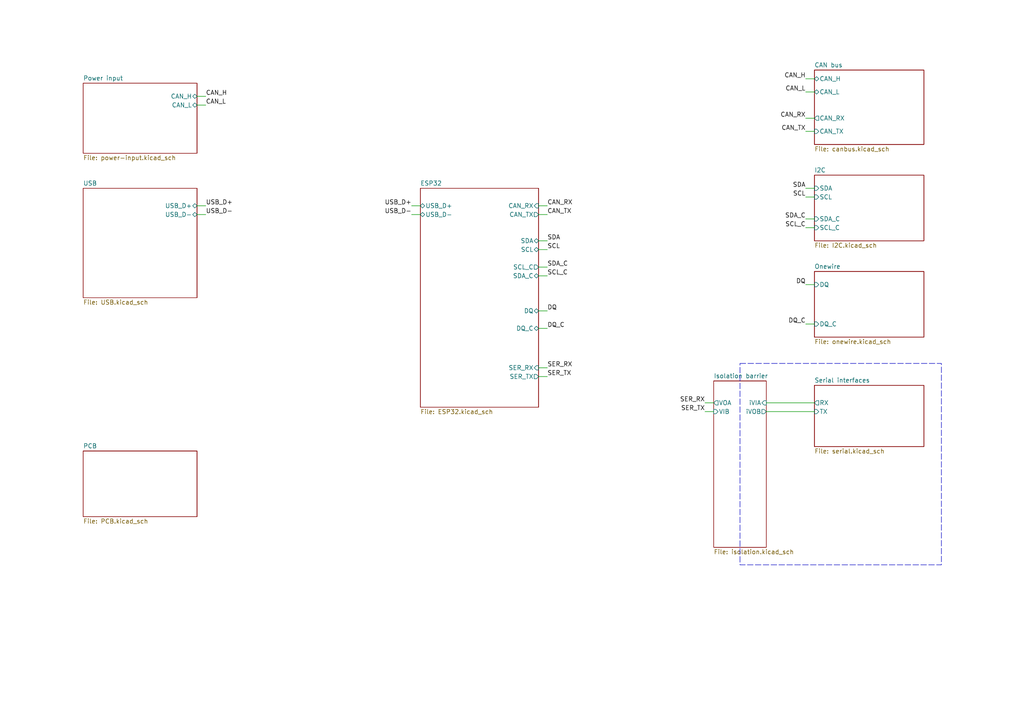
<source format=kicad_sch>
(kicad_sch
	(version 20231120)
	(generator "eeschema")
	(generator_version "8.0")
	(uuid "dff502f1-2fe5-4c09-a767-aabc78c2e052")
	(paper "A4")
	(title_block
		(title "Hat Labs Serial Interface Device (HALSER)")
		(date "2024-12-20")
		(rev "1.0.0")
		(company "Hat Labs oy")
		(comment 1 "https://creativecommons.org/licenses/by-sa/4.0")
		(comment 2 "To view a copy of this license, visit ")
		(comment 3 "HALMET is licensed under CC BY-SA 4.0.")
	)
	(lib_symbols)
	(wire
		(pts
			(xy 158.75 106.68) (xy 156.21 106.68)
		)
		(stroke
			(width 0)
			(type default)
		)
		(uuid "0377fc2c-12fd-4f91-8bb8-32db3fd6d883")
	)
	(wire
		(pts
			(xy 236.22 82.55) (xy 233.68 82.55)
		)
		(stroke
			(width 0)
			(type default)
		)
		(uuid "10929663-8b51-4406-a349-e50a73d78f34")
	)
	(wire
		(pts
			(xy 222.25 116.84) (xy 236.22 116.84)
		)
		(stroke
			(width 0)
			(type default)
		)
		(uuid "12acd550-cb05-48d3-be7c-69f527730bb3")
	)
	(wire
		(pts
			(xy 59.69 62.23) (xy 57.15 62.23)
		)
		(stroke
			(width 0)
			(type default)
		)
		(uuid "185e1e11-d894-47ff-b1b2-5dffb8a8202f")
	)
	(wire
		(pts
			(xy 156.21 69.85) (xy 158.75 69.85)
		)
		(stroke
			(width 0)
			(type default)
		)
		(uuid "1a033f79-2b12-4d75-b0f7-50479ec35c96")
	)
	(wire
		(pts
			(xy 156.21 80.01) (xy 158.75 80.01)
		)
		(stroke
			(width 0)
			(type default)
		)
		(uuid "233312f5-4375-4e2d-8c10-8ac451bab5e4")
	)
	(wire
		(pts
			(xy 222.25 119.38) (xy 236.22 119.38)
		)
		(stroke
			(width 0)
			(type default)
		)
		(uuid "28d1bb74-13f8-4cd2-83c9-58e37487f91b")
	)
	(wire
		(pts
			(xy 119.38 62.23) (xy 121.92 62.23)
		)
		(stroke
			(width 0)
			(type default)
		)
		(uuid "2b2b4c80-404f-4a9e-a26e-3959152ef637")
	)
	(wire
		(pts
			(xy 156.21 95.25) (xy 158.75 95.25)
		)
		(stroke
			(width 0)
			(type default)
		)
		(uuid "3ad3d926-5aab-4336-9746-12b48aad174b")
	)
	(wire
		(pts
			(xy 233.68 26.67) (xy 236.22 26.67)
		)
		(stroke
			(width 0)
			(type default)
		)
		(uuid "3f48c2f9-d5fc-4476-8eff-d281f4a15aad")
	)
	(wire
		(pts
			(xy 59.69 59.69) (xy 57.15 59.69)
		)
		(stroke
			(width 0)
			(type default)
		)
		(uuid "43076019-2dc6-4de5-899b-0b42e5129125")
	)
	(wire
		(pts
			(xy 236.22 93.98) (xy 233.68 93.98)
		)
		(stroke
			(width 0)
			(type default)
		)
		(uuid "45285d0c-1f4e-4a4c-b581-1bfd54622250")
	)
	(wire
		(pts
			(xy 233.68 22.86) (xy 236.22 22.86)
		)
		(stroke
			(width 0)
			(type default)
		)
		(uuid "4751aeaa-5104-4c9f-b29d-3da949165899")
	)
	(wire
		(pts
			(xy 236.22 63.5) (xy 233.68 63.5)
		)
		(stroke
			(width 0)
			(type default)
		)
		(uuid "4aaa1671-cc20-443e-a01f-8207b05b4f53")
	)
	(wire
		(pts
			(xy 59.69 27.94) (xy 57.15 27.94)
		)
		(stroke
			(width 0)
			(type default)
		)
		(uuid "4f7b4cd8-c28b-4c1c-b988-23f4795d1561")
	)
	(wire
		(pts
			(xy 236.22 54.61) (xy 233.68 54.61)
		)
		(stroke
			(width 0)
			(type default)
		)
		(uuid "52308e21-fcab-4307-bc52-c0e108e71f33")
	)
	(wire
		(pts
			(xy 156.21 72.39) (xy 158.75 72.39)
		)
		(stroke
			(width 0)
			(type default)
		)
		(uuid "683b88a6-0139-4c70-a688-3ec59533261e")
	)
	(wire
		(pts
			(xy 236.22 66.04) (xy 233.68 66.04)
		)
		(stroke
			(width 0)
			(type default)
		)
		(uuid "76194bcc-3034-4314-a895-4ed0d4ce9c42")
	)
	(wire
		(pts
			(xy 233.68 38.1) (xy 236.22 38.1)
		)
		(stroke
			(width 0)
			(type default)
		)
		(uuid "8181bb91-58d4-45b0-ac7d-ea3d99e7998a")
	)
	(wire
		(pts
			(xy 156.21 59.69) (xy 158.75 59.69)
		)
		(stroke
			(width 0)
			(type default)
		)
		(uuid "81e717cc-bcd7-46e3-bdfc-bdf219eca19e")
	)
	(wire
		(pts
			(xy 119.38 59.69) (xy 121.92 59.69)
		)
		(stroke
			(width 0)
			(type default)
		)
		(uuid "9973a3a9-f011-45ba-b975-769afe691351")
	)
	(wire
		(pts
			(xy 233.68 34.29) (xy 236.22 34.29)
		)
		(stroke
			(width 0)
			(type default)
		)
		(uuid "adf2be76-dcc7-4dcc-947a-fbbb9e330180")
	)
	(wire
		(pts
			(xy 204.47 116.84) (xy 207.01 116.84)
		)
		(stroke
			(width 0)
			(type default)
		)
		(uuid "b2b46f31-fcb8-466d-8466-653458b4b1e9")
	)
	(wire
		(pts
			(xy 204.47 119.38) (xy 207.01 119.38)
		)
		(stroke
			(width 0)
			(type default)
		)
		(uuid "cb0d1fb9-5c13-4d86-b987-de9117aa47d6")
	)
	(wire
		(pts
			(xy 158.75 109.22) (xy 156.21 109.22)
		)
		(stroke
			(width 0)
			(type default)
		)
		(uuid "d16f91bd-b5d3-4a2c-a20a-0eb9ca76d25b")
	)
	(wire
		(pts
			(xy 236.22 57.15) (xy 233.68 57.15)
		)
		(stroke
			(width 0)
			(type default)
		)
		(uuid "de888b39-dca2-441a-9cb7-a7d4abc9de32")
	)
	(wire
		(pts
			(xy 156.21 62.23) (xy 158.75 62.23)
		)
		(stroke
			(width 0)
			(type default)
		)
		(uuid "e4a4bcb6-4dbb-4360-b0f6-c6bf219550e9")
	)
	(wire
		(pts
			(xy 59.69 30.48) (xy 57.15 30.48)
		)
		(stroke
			(width 0)
			(type default)
		)
		(uuid "e67e9fe1-c6d7-4f31-a7c1-48ee28c317ac")
	)
	(wire
		(pts
			(xy 156.21 90.17) (xy 158.75 90.17)
		)
		(stroke
			(width 0)
			(type default)
		)
		(uuid "fb39cab1-c53e-4c8f-8335-c1dbeeeb79a9")
	)
	(wire
		(pts
			(xy 156.21 77.47) (xy 158.75 77.47)
		)
		(stroke
			(width 0)
			(type default)
		)
		(uuid "fb432da3-035b-46c4-990e-df7f579f4482")
	)
	(rectangle
		(start 214.63 105.41)
		(end 273.05 163.83)
		(stroke
			(width 0)
			(type dash)
		)
		(fill
			(type none)
		)
		(uuid a29579db-94b1-442b-b59f-4603422ba308)
	)
	(label "CAN_RX"
		(at 233.68 34.29 180)
		(fields_autoplaced yes)
		(effects
			(font
				(size 1.27 1.27)
			)
			(justify right bottom)
		)
		(uuid "02294e53-b711-4100-93a4-0d4f878cefc7")
	)
	(label "DQ_C"
		(at 158.75 95.25 0)
		(fields_autoplaced yes)
		(effects
			(font
				(size 1.27 1.27)
			)
			(justify left bottom)
		)
		(uuid "155530df-e3f3-4a91-9167-1780f5962135")
	)
	(label "SCL_C"
		(at 233.68 66.04 180)
		(fields_autoplaced yes)
		(effects
			(font
				(size 1.27 1.27)
			)
			(justify right bottom)
		)
		(uuid "2959642b-0efd-4e0b-9906-0bb1534e765f")
	)
	(label "USB_D+"
		(at 59.69 59.69 0)
		(fields_autoplaced yes)
		(effects
			(font
				(size 1.27 1.27)
			)
			(justify left bottom)
		)
		(uuid "306f7cb8-d38d-418b-bd33-a802c8e23029")
	)
	(label "CAN_H"
		(at 59.69 27.94 0)
		(fields_autoplaced yes)
		(effects
			(font
				(size 1.27 1.27)
			)
			(justify left bottom)
		)
		(uuid "32d2cb03-4104-40ea-b61d-8d62481a10a6")
	)
	(label "SER_TX"
		(at 204.47 119.38 180)
		(fields_autoplaced yes)
		(effects
			(font
				(size 1.27 1.27)
			)
			(justify right bottom)
		)
		(uuid "4062b2a9-e657-43dc-82b5-18dcdc9a2933")
	)
	(label "SCL_C"
		(at 158.75 80.01 0)
		(fields_autoplaced yes)
		(effects
			(font
				(size 1.27 1.27)
			)
			(justify left bottom)
		)
		(uuid "5e6d1e2b-4fa8-4f3b-9971-b0e930ac700b")
	)
	(label "CAN_TX"
		(at 158.75 62.23 0)
		(fields_autoplaced yes)
		(effects
			(font
				(size 1.27 1.27)
			)
			(justify left bottom)
		)
		(uuid "64855620-1630-4a27-adf2-36019387b318")
	)
	(label "USB_D-"
		(at 59.69 62.23 0)
		(fields_autoplaced yes)
		(effects
			(font
				(size 1.27 1.27)
			)
			(justify left bottom)
		)
		(uuid "6923caac-2e65-47a0-b851-d0528a512a16")
	)
	(label "SCL"
		(at 158.75 72.39 0)
		(fields_autoplaced yes)
		(effects
			(font
				(size 1.27 1.27)
			)
			(justify left bottom)
		)
		(uuid "6c1a037c-2111-4547-a2cc-0410ffc3f26e")
	)
	(label "CAN_RX"
		(at 158.75 59.69 0)
		(fields_autoplaced yes)
		(effects
			(font
				(size 1.27 1.27)
			)
			(justify left bottom)
		)
		(uuid "7cb02633-318d-4e28-af88-612ab58488dc")
	)
	(label "CAN_L"
		(at 233.68 26.67 180)
		(fields_autoplaced yes)
		(effects
			(font
				(size 1.27 1.27)
			)
			(justify right bottom)
		)
		(uuid "81a92410-039b-4a9d-970c-73db48ecd3fe")
	)
	(label "SDA_C"
		(at 233.68 63.5 180)
		(fields_autoplaced yes)
		(effects
			(font
				(size 1.27 1.27)
			)
			(justify right bottom)
		)
		(uuid "84a508ab-f022-41bc-b09d-df562d10a71f")
	)
	(label "USB_D-"
		(at 119.38 62.23 180)
		(fields_autoplaced yes)
		(effects
			(font
				(size 1.27 1.27)
			)
			(justify right bottom)
		)
		(uuid "87f5755b-86d5-465e-a85d-94737dcd9fa6")
	)
	(label "SER_RX"
		(at 204.47 116.84 180)
		(fields_autoplaced yes)
		(effects
			(font
				(size 1.27 1.27)
			)
			(justify right bottom)
		)
		(uuid "8aab0638-1528-48a1-be7c-6da8fb20026d")
	)
	(label "DQ"
		(at 233.68 82.55 180)
		(fields_autoplaced yes)
		(effects
			(font
				(size 1.27 1.27)
			)
			(justify right bottom)
		)
		(uuid "8dcc4d72-8235-48b4-8f1d-e8c25abae48f")
	)
	(label "DQ"
		(at 158.75 90.17 0)
		(fields_autoplaced yes)
		(effects
			(font
				(size 1.27 1.27)
			)
			(justify left bottom)
		)
		(uuid "91a6fff7-fe6a-4062-b3d1-93d0d31e40ac")
	)
	(label "CAN_TX"
		(at 233.68 38.1 180)
		(fields_autoplaced yes)
		(effects
			(font
				(size 1.27 1.27)
			)
			(justify right bottom)
		)
		(uuid "925fa3bd-ac5d-4407-ad17-0df3d3ba9918")
	)
	(label "SDA"
		(at 233.68 54.61 180)
		(fields_autoplaced yes)
		(effects
			(font
				(size 1.27 1.27)
			)
			(justify right bottom)
		)
		(uuid "9d5d6c1a-1b31-443e-b7a5-1bbb259c9895")
	)
	(label "SDA"
		(at 158.75 69.85 0)
		(fields_autoplaced yes)
		(effects
			(font
				(size 1.27 1.27)
			)
			(justify left bottom)
		)
		(uuid "a189b8fc-10c3-4218-a4f4-cd20cb22123c")
	)
	(label "CAN_H"
		(at 233.68 22.86 180)
		(fields_autoplaced yes)
		(effects
			(font
				(size 1.27 1.27)
			)
			(justify right bottom)
		)
		(uuid "b4baaadf-9d83-4c06-8f70-a002f9d22e67")
	)
	(label "DQ_C"
		(at 233.68 93.98 180)
		(fields_autoplaced yes)
		(effects
			(font
				(size 1.27 1.27)
			)
			(justify right bottom)
		)
		(uuid "b81b9579-f4fd-4352-820c-586311289f47")
	)
	(label "SDA_C"
		(at 158.75 77.47 0)
		(fields_autoplaced yes)
		(effects
			(font
				(size 1.27 1.27)
			)
			(justify left bottom)
		)
		(uuid "c2fdb9a4-985f-4028-ad7b-1d5d49f46bb8")
	)
	(label "SER_TX"
		(at 158.75 109.22 0)
		(fields_autoplaced yes)
		(effects
			(font
				(size 1.27 1.27)
			)
			(justify left bottom)
		)
		(uuid "c9ca72c9-bea6-44b1-af6a-cc6c18156318")
	)
	(label "USB_D+"
		(at 119.38 59.69 180)
		(fields_autoplaced yes)
		(effects
			(font
				(size 1.27 1.27)
			)
			(justify right bottom)
		)
		(uuid "cfe4e3bb-b776-4d45-8566-eac5ccecad31")
	)
	(label "SCL"
		(at 233.68 57.15 180)
		(fields_autoplaced yes)
		(effects
			(font
				(size 1.27 1.27)
			)
			(justify right bottom)
		)
		(uuid "d7a31ff9-5329-4930-b9ee-21458ed216d1")
	)
	(label "SER_RX"
		(at 158.75 106.68 0)
		(fields_autoplaced yes)
		(effects
			(font
				(size 1.27 1.27)
			)
			(justify left bottom)
		)
		(uuid "e24051f1-c00c-4689-8826-bacc59fc9296")
	)
	(label "CAN_L"
		(at 59.69 30.48 0)
		(fields_autoplaced yes)
		(effects
			(font
				(size 1.27 1.27)
			)
			(justify left bottom)
		)
		(uuid "ed447ec6-5eea-436f-a81d-82e4ab0a95ff")
	)
	(sheet
		(at 24.13 24.13)
		(size 33.02 20.32)
		(fields_autoplaced yes)
		(stroke
			(width 0)
			(type solid)
		)
		(fill
			(color 0 0 0 0.0000)
		)
		(uuid "00000000-0000-0000-0000-00005f6faf6e")
		(property "Sheetname" "Power input"
			(at 24.13 23.4184 0)
			(effects
				(font
					(size 1.27 1.27)
				)
				(justify left bottom)
			)
		)
		(property "Sheetfile" "power-input.kicad_sch"
			(at 24.13 45.0346 0)
			(effects
				(font
					(size 1.27 1.27)
				)
				(justify left top)
			)
		)
		(pin "CAN_H" bidirectional
			(at 57.15 27.94 0)
			(effects
				(font
					(size 1.27 1.27)
				)
				(justify right)
			)
			(uuid "2d1d3e79-eb2c-47a4-84b5-e21c82654fcb")
		)
		(pin "CAN_L" bidirectional
			(at 57.15 30.48 0)
			(effects
				(font
					(size 1.27 1.27)
				)
				(justify right)
			)
			(uuid "d5f9796b-b110-4dac-a9d3-d55b981f9c01")
		)
		(instances
			(project "HALSER"
				(path "/dff502f1-2fe5-4c09-a767-aabc78c2e052"
					(page "8")
				)
			)
		)
	)
	(sheet
		(at 236.22 20.32)
		(size 31.75 21.59)
		(fields_autoplaced yes)
		(stroke
			(width 0)
			(type solid)
		)
		(fill
			(color 0 0 0 0.0000)
		)
		(uuid "00000000-0000-0000-0000-00005f733ba4")
		(property "Sheetname" "CAN bus"
			(at 236.22 19.6084 0)
			(effects
				(font
					(size 1.27 1.27)
				)
				(justify left bottom)
			)
		)
		(property "Sheetfile" "canbus.kicad_sch"
			(at 236.22 42.4946 0)
			(effects
				(font
					(size 1.27 1.27)
				)
				(justify left top)
			)
		)
		(pin "CAN_RX" output
			(at 236.22 34.29 180)
			(effects
				(font
					(size 1.27 1.27)
				)
				(justify left)
			)
			(uuid "50ab88b1-1133-4135-8029-f8d5c9a68ad2")
		)
		(pin "CAN_TX" input
			(at 236.22 38.1 180)
			(effects
				(font
					(size 1.27 1.27)
				)
				(justify left)
			)
			(uuid "adf7308c-4daa-4dc0-aa43-cd8f342c0acd")
		)
		(pin "CAN_H" bidirectional
			(at 236.22 22.86 180)
			(effects
				(font
					(size 1.27 1.27)
				)
				(justify left)
			)
			(uuid "d9114a9d-db17-499e-8026-55e259053578")
		)
		(pin "CAN_L" bidirectional
			(at 236.22 26.67 180)
			(effects
				(font
					(size 1.27 1.27)
				)
				(justify left)
			)
			(uuid "b57d24f4-e21d-4d3a-92e5-767f79b3f7fc")
		)
		(instances
			(project "HALSER"
				(path "/dff502f1-2fe5-4c09-a767-aabc78c2e052"
					(page "2")
				)
			)
		)
	)
	(sheet
		(at 24.13 54.61)
		(size 33.02 31.75)
		(fields_autoplaced yes)
		(stroke
			(width 0)
			(type solid)
		)
		(fill
			(color 0 0 0 0.0000)
		)
		(uuid "00000000-0000-0000-0000-00005f89c30a")
		(property "Sheetname" "USB"
			(at 24.13 53.8984 0)
			(effects
				(font
					(size 1.27 1.27)
				)
				(justify left bottom)
			)
		)
		(property "Sheetfile" "USB.kicad_sch"
			(at 24.13 86.9446 0)
			(effects
				(font
					(size 1.27 1.27)
				)
				(justify left top)
			)
		)
		(pin "USB_D+" bidirectional
			(at 57.15 59.69 0)
			(effects
				(font
					(size 1.27 1.27)
				)
				(justify right)
			)
			(uuid "35ad897a-1698-4cb6-a194-457098b8f242")
		)
		(pin "USB_D-" bidirectional
			(at 57.15 62.23 0)
			(effects
				(font
					(size 1.27 1.27)
				)
				(justify right)
			)
			(uuid "11fe9e0a-cdaf-4802-b987-a951367af748")
		)
		(instances
			(project "HALSER"
				(path "/dff502f1-2fe5-4c09-a767-aabc78c2e052"
					(page "9")
				)
			)
		)
	)
	(sheet
		(at 236.22 50.8)
		(size 31.75 19.05)
		(fields_autoplaced yes)
		(stroke
			(width 0)
			(type solid)
		)
		(fill
			(color 0 0 0 0.0000)
		)
		(uuid "00000000-0000-0000-0000-00005f9be197")
		(property "Sheetname" "I2C"
			(at 236.22 50.0884 0)
			(effects
				(font
					(size 1.27 1.27)
				)
				(justify left bottom)
			)
		)
		(property "Sheetfile" "I2C.kicad_sch"
			(at 236.22 70.4346 0)
			(effects
				(font
					(size 1.27 1.27)
				)
				(justify left top)
			)
		)
		(pin "SDA" input
			(at 236.22 54.61 180)
			(effects
				(font
					(size 1.27 1.27)
				)
				(justify left)
			)
			(uuid "5fffc2eb-3da3-48ef-81cb-7357033941ee")
		)
		(pin "SCL" input
			(at 236.22 57.15 180)
			(effects
				(font
					(size 1.27 1.27)
				)
				(justify left)
			)
			(uuid "73a40e82-ce30-4a3c-9394-979c2e256f22")
		)
		(pin "SCL_C" input
			(at 236.22 66.04 180)
			(effects
				(font
					(size 1.27 1.27)
				)
				(justify left)
			)
			(uuid "9bffea3c-2c51-462e-9ede-faa5135db733")
		)
		(pin "SDA_C" input
			(at 236.22 63.5 180)
			(effects
				(font
					(size 1.27 1.27)
				)
				(justify left)
			)
			(uuid "9df1aea2-8ac2-40b8-8fb4-4c2b320e4f47")
		)
		(instances
			(project "HALSER"
				(path "/dff502f1-2fe5-4c09-a767-aabc78c2e052"
					(page "4")
				)
			)
		)
	)
	(sheet
		(at 236.22 78.74)
		(size 31.75 19.05)
		(fields_autoplaced yes)
		(stroke
			(width 0)
			(type solid)
		)
		(fill
			(color 0 0 0 0.0000)
		)
		(uuid "00000000-0000-0000-0000-00005faef03b")
		(property "Sheetname" "Onewire"
			(at 236.22 78.0284 0)
			(effects
				(font
					(size 1.27 1.27)
				)
				(justify left bottom)
			)
		)
		(property "Sheetfile" "onewire.kicad_sch"
			(at 236.22 98.3746 0)
			(effects
				(font
					(size 1.27 1.27)
				)
				(justify left top)
			)
		)
		(pin "DQ" input
			(at 236.22 82.55 180)
			(effects
				(font
					(size 1.27 1.27)
				)
				(justify left)
			)
			(uuid "93024b80-7613-4c9b-bff2-0314afcbe951")
		)
		(pin "DQ_C" input
			(at 236.22 93.98 180)
			(effects
				(font
					(size 1.27 1.27)
				)
				(justify left)
			)
			(uuid "ce988a23-8993-4be4-9c6a-980afec32819")
		)
		(instances
			(project "HALSER"
				(path "/dff502f1-2fe5-4c09-a767-aabc78c2e052"
					(page "5")
				)
			)
		)
	)
	(sheet
		(at 24.13 130.81)
		(size 33.02 19.05)
		(fields_autoplaced yes)
		(stroke
			(width 0)
			(type solid)
		)
		(fill
			(color 0 0 0 0.0000)
		)
		(uuid "00000000-0000-0000-0000-00005fc0c355")
		(property "Sheetname" "PCB"
			(at 24.13 130.0984 0)
			(effects
				(font
					(size 1.27 1.27)
				)
				(justify left bottom)
			)
		)
		(property "Sheetfile" "PCB.kicad_sch"
			(at 24.13 150.4446 0)
			(effects
				(font
					(size 1.27 1.27)
				)
				(justify left top)
			)
		)
		(instances
			(project "HALSER"
				(path "/dff502f1-2fe5-4c09-a767-aabc78c2e052"
					(page "7")
				)
			)
		)
	)
	(sheet
		(at 121.92 54.61)
		(size 34.29 63.5)
		(fields_autoplaced yes)
		(stroke
			(width 0)
			(type solid)
		)
		(fill
			(color 0 0 0 0.0000)
		)
		(uuid "00000000-0000-0000-0000-00005fc3847d")
		(property "Sheetname" "ESP32"
			(at 121.92 53.8984 0)
			(effects
				(font
					(size 1.27 1.27)
				)
				(justify left bottom)
			)
		)
		(property "Sheetfile" "ESP32.kicad_sch"
			(at 121.92 118.6946 0)
			(effects
				(font
					(size 1.27 1.27)
				)
				(justify left top)
			)
		)
		(pin "CAN_RX" input
			(at 156.21 59.69 0)
			(effects
				(font
					(size 1.27 1.27)
				)
				(justify right)
			)
			(uuid "e203136f-79aa-4f0b-8f75-57b900addf65")
		)
		(pin "CAN_TX" output
			(at 156.21 62.23 0)
			(effects
				(font
					(size 1.27 1.27)
				)
				(justify right)
			)
			(uuid "17855ce3-2cdc-459b-9778-fcbf53e262b3")
		)
		(pin "SDA" bidirectional
			(at 156.21 69.85 0)
			(effects
				(font
					(size 1.27 1.27)
				)
				(justify right)
			)
			(uuid "f364e3d8-8687-4a3a-93e1-1046fb536099")
		)
		(pin "SCL" bidirectional
			(at 156.21 72.39 0)
			(effects
				(font
					(size 1.27 1.27)
				)
				(justify right)
			)
			(uuid "d3bfe369-15d1-4537-a1c1-2e03bc1bf0ea")
		)
		(pin "DQ" bidirectional
			(at 156.21 90.17 0)
			(effects
				(font
					(size 1.27 1.27)
				)
				(justify right)
			)
			(uuid "ad2412c3-8162-4d81-9f2e-5e8fe85985a4")
		)
		(pin "USB_D-" bidirectional
			(at 121.92 62.23 180)
			(effects
				(font
					(size 1.27 1.27)
				)
				(justify left)
			)
			(uuid "facba6ff-430b-4605-a566-ec1168e6223f")
		)
		(pin "USB_D+" bidirectional
			(at 121.92 59.69 180)
			(effects
				(font
					(size 1.27 1.27)
				)
				(justify left)
			)
			(uuid "6391940c-8967-40a2-b493-09e535d1287e")
		)
		(pin "SER_RX" input
			(at 156.21 106.68 0)
			(effects
				(font
					(size 1.27 1.27)
				)
				(justify right)
			)
			(uuid "692fd4c1-fc6f-4aa2-8924-0311337f18ab")
		)
		(pin "SER_TX" output
			(at 156.21 109.22 0)
			(effects
				(font
					(size 1.27 1.27)
				)
				(justify right)
			)
			(uuid "be14d3a4-c2fd-4841-8730-e82f52c9bcbb")
		)
		(pin "DQ_C" bidirectional
			(at 156.21 95.25 0)
			(effects
				(font
					(size 1.27 1.27)
				)
				(justify right)
			)
			(uuid "6a445713-95e1-46a7-badd-efc074accd7c")
		)
		(pin "SCL_C" output
			(at 156.21 77.47 0)
			(effects
				(font
					(size 1.27 1.27)
				)
				(justify right)
			)
			(uuid "8c115390-d6f5-47de-9781-cfa102311807")
		)
		(pin "SDA_C" bidirectional
			(at 156.21 80.01 0)
			(effects
				(font
					(size 1.27 1.27)
				)
				(justify right)
			)
			(uuid "31855a4c-1e7f-4468-8685-17e738c9ced9")
		)
		(instances
			(project "HALSER"
				(path "/dff502f1-2fe5-4c09-a767-aabc78c2e052"
					(page "3")
				)
			)
		)
	)
	(sheet
		(at 207.01 110.49)
		(size 15.24 48.26)
		(fields_autoplaced yes)
		(stroke
			(width 0.1524)
			(type solid)
		)
		(fill
			(color 0 0 0 0.0000)
		)
		(uuid "2a37b9a7-9486-444f-9ef1-0d0aa57a298a")
		(property "Sheetname" "Isolation barrier"
			(at 207.01 109.7784 0)
			(effects
				(font
					(size 1.27 1.27)
				)
				(justify left bottom)
			)
		)
		(property "Sheetfile" "isolation.kicad_sch"
			(at 207.01 159.3346 0)
			(effects
				(font
					(size 1.27 1.27)
				)
				(justify left top)
			)
		)
		(pin "VIB" input
			(at 207.01 119.38 180)
			(effects
				(font
					(size 1.27 1.27)
				)
				(justify left)
			)
			(uuid "1c625700-be86-4e79-8d60-0929816c603f")
		)
		(pin "VOA" output
			(at 207.01 116.84 180)
			(effects
				(font
					(size 1.27 1.27)
				)
				(justify left)
			)
			(uuid "25f5ea57-50d8-4294-9779-0eeef68ab4a5")
		)
		(pin "iVIA" input
			(at 222.25 116.84 0)
			(effects
				(font
					(size 1.27 1.27)
				)
				(justify right)
			)
			(uuid "6ec6ecb7-11b5-4f82-bd84-d87db94324b4")
		)
		(pin "iVOB" output
			(at 222.25 119.38 0)
			(effects
				(font
					(size 1.27 1.27)
				)
				(justify right)
			)
			(uuid "ad8cb50a-d738-4c5d-8634-bda07b4a1362")
		)
		(instances
			(project "HALSER"
				(path "/dff502f1-2fe5-4c09-a767-aabc78c2e052"
					(page "12")
				)
			)
		)
	)
	(sheet
		(at 236.22 111.76)
		(size 31.75 17.78)
		(fields_autoplaced yes)
		(stroke
			(width 0.1524)
			(type solid)
		)
		(fill
			(color 0 0 0 0.0000)
		)
		(uuid "485be66e-1d33-4994-8f20-1994407aa371")
		(property "Sheetname" "Serial interfaces"
			(at 236.22 111.0484 0)
			(effects
				(font
					(size 1.27 1.27)
				)
				(justify left bottom)
			)
		)
		(property "Sheetfile" "serial.kicad_sch"
			(at 236.22 130.1246 0)
			(effects
				(font
					(size 1.27 1.27)
				)
				(justify left top)
			)
		)
		(pin "TX" input
			(at 236.22 119.38 180)
			(effects
				(font
					(size 1.27 1.27)
				)
				(justify left)
			)
			(uuid "5053dffb-4181-4fc5-9e06-c10526491d49")
		)
		(pin "RX" output
			(at 236.22 116.84 180)
			(effects
				(font
					(size 1.27 1.27)
				)
				(justify left)
			)
			(uuid "a04435a3-688a-410f-a4ee-726434a62e61")
		)
		(instances
			(project "HALSER"
				(path "/dff502f1-2fe5-4c09-a767-aabc78c2e052"
					(page "13")
				)
			)
		)
	)
	(sheet_instances
		(path "/"
			(page "1")
		)
	)
)

</source>
